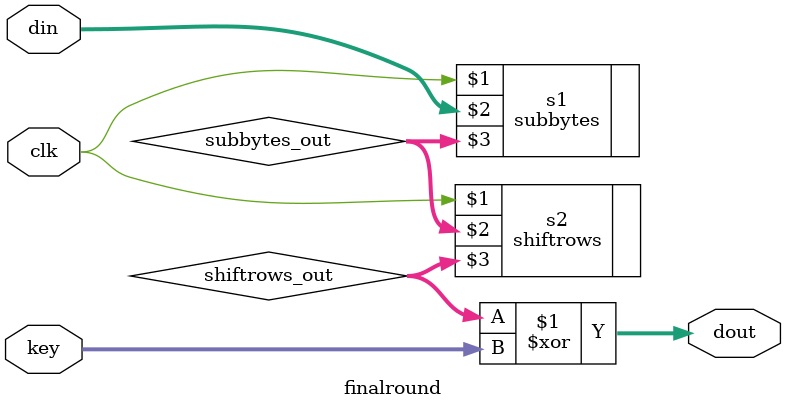
<source format=sv>
`timescale 1ns / 1ps

module addroundkey(
    input logic clk,
    input logic [127:0] din,
    input logic [127:0] key,
    output logic [127:0] dout);

    logic [127:0] subbytes_out, shiftrows_out, mixcols_out; 

    // AES round operations
    subbytes a1(clk, din, subbytes_out);
    shiftrows a2(clk,subbytes_out,shiftrows_out);
    mixcolumns a3(clk,shiftrows_out,mixcols_out);
    
    // XOR with key (actual add round key)
    assign dout = mixcols_out^key;
endmodule

module finalround(
    input logic clk,
    input logic [127:0]din,
    input logic [127:0]key,
    output logic [127:0] dout);

    logic [127:0] subbytes_out, shiftrows_out;

    // AES round operations, no mix columns or add round key in final round
    subbytes s1(clk, din, subbytes_out);
    shiftrows s2(clk, subbytes_out, shiftrows_out);
    assign dout = shiftrows_out^key;
endmodule


</source>
